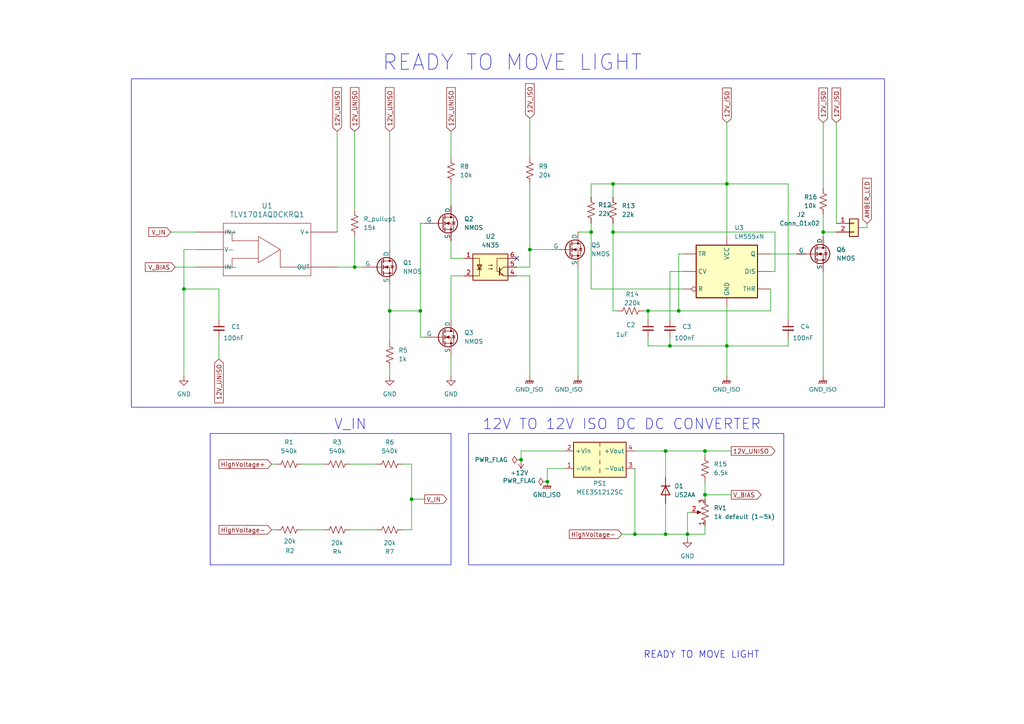
<source format=kicad_sch>
(kicad_sch (version 20231120) (generator "eeschema") (generator_version "8.0")
  (paper "A4")
  (lib_symbols
    (symbol "2024-11-27_02-44-24:TLV1701AQDCKRQ1" (pin_numbers hide) (pin_names (offset 0.254))
      (property "Reference" "U" (at 20.32 10.16 0))
      (property "Value" "TLV1701AQDCKRQ1" (at 20.32 7.62 0))
      (symbol "TLV1701AQDCKRQ1_0_1"
        (polyline (pts (xy 7.62 -10.16) (xy 33.02 -10.16)) (stroke (width 0.127)))
        (polyline (pts (xy 7.62 -7.62) (xy 10.16 -7.62)) (stroke (width 0.127)))
        (polyline (pts (xy 7.62 2.54) (xy 10.16 2.54)) (stroke (width 0.127)))
        (polyline (pts (xy 7.62 5.08) (xy 7.62 -10.16)) (stroke (width 0.127)))
        (polyline (pts (xy 10.16 -7.62) (xy 10.16 -5.08)) (stroke (width 0.127)))
        (polyline (pts (xy 10.16 0) (xy 15.24 0)) (stroke (width 0.127)))
        (polyline (pts (xy 10.16 2.54) (xy 10.16 0)) (stroke (width 0.127)))
        (polyline (pts (xy 15.24 -5.08) (xy 10.16 -5.08)) (stroke (width 0.127)))
        (polyline (pts (xy 15.24 -5.08) (xy 17.78 -5.08)) (stroke (width 0.127)))
        (polyline (pts (xy 15.24 0) (xy 17.78 0)) (stroke (width 0.127)))
        (polyline (pts (xy 17.78 -6.35) (xy 24.13 -2.54)) (stroke (width 0.127)))
        (polyline (pts (xy 17.78 -5.08) (xy 17.78 -6.35)) (stroke (width 0.127)))
        (polyline (pts (xy 17.78 0) (xy 17.78 -5.08)) (stroke (width 0.127)))
        (polyline (pts (xy 17.78 0) (xy 17.78 1.27)) (stroke (width 0.127)))
        (polyline (pts (xy 17.78 1.27) (xy 24.13 -2.54)) (stroke (width 0.127)))
        (polyline (pts (xy 24.13 -7.62) (xy 33.02 -7.62)) (stroke (width 0.127)))
        (polyline (pts (xy 24.13 -2.54) (xy 24.13 -7.62)) (stroke (width 0.127)))
        (polyline (pts (xy 33.02 -10.16) (xy 33.02 5.08)) (stroke (width 0.127)))
        (polyline (pts (xy 33.02 5.08) (xy 7.62 5.08)) (stroke (width 0.127)))
        (pin input line (at 0 2.54 0) (length 7.62) (name "IN+") (number "1"))
        (pin power_in line (at 0 -2.54 0) (length 7.62) (name "V-") (number "2"))
        (pin unspecified line (at 0 -7.62 0) (length 7.62) (name "IN-") (number "3"))
        (pin output line (at 40.64 -7.62 180) (length 7.62) (name "OUT") (number "4"))
        (pin power_in line (at 40.64 2.54 180) (length 7.62) (name "V+") (number "5"))
      )
    )
    (symbol "Connector_Generic:Conn_01x02" (pin_names (offset 1.016) hide)
      (property "Reference" "J" (at 0 2.54 0))
      (property "Value" "Conn_01x02" (at 0 -5.08 0))
      (symbol "Conn_01x02_1_1"
        (rectangle (start -1.27 -2.413) (end 0 -2.667) (stroke (width 0.1524)))
        (rectangle (start -1.27 0.127) (end 0 -0.127) (stroke (width 0.1524)))
        (rectangle (start -1.27 1.27) (end 1.27 -3.81) (stroke (width 0.254)) (fill (type background)))
        (pin passive line (at -5.08 0 0) (length 3.81) (name "Pin_1") (number "1"))
        (pin passive line (at -5.08 -2.54 0) (length 3.81) (name "Pin_2") (number "2"))
      )
    )
    (symbol "Converter_DCDC:MEE3S1212SC"
      (property "Reference" "PS" (at -7.62 6.35 0))
      (property "Value" "MEE3S1212SC" (at 1.27 6.35 0))
      (symbol "MEE3S1212SC_0_0"
        (pin power_in line (at -10.16 -2.54 0) (length 2.54) (name "-Vin") (number "1"))
        (pin power_in line (at -10.16 2.54 0) (length 2.54) (name "+Vin") (number "2"))
        (pin power_out line (at 10.16 -2.54 180) (length 2.54) (name "-Vout") (number "3"))
        (pin power_out line (at 10.16 2.54 180) (length 2.54) (name "+Vout") (number "4"))
      )
      (symbol "MEE3S1212SC_0_1"
        (rectangle (start -7.62 5.08) (end 7.62 -5.08) (stroke (width 0.254)) (fill (type background)))
        (polyline (pts (xy 0 -2.54) (xy 0 -3.81)))
        (polyline (pts (xy 0 0) (xy 0 -1.27)))
        (polyline (pts (xy 0 2.54) (xy 0 1.27)))
        (polyline (pts (xy 0 5.08) (xy 0 3.81)))
      )
    )
    (symbol "Device:C_Small" (pin_numbers hide) (pin_names (offset 0.254) hide)
      (property "Reference" "C" (at 0.254 1.778 0))
      (property "Value" "C_Small" (at 0.254 -2.032 0))
      (symbol "C_Small_0_1"
        (polyline (pts (xy -1.524 -0.508) (xy 1.524 -0.508)) (stroke (width 0.3302)))
        (polyline (pts (xy -1.524 0.508) (xy 1.524 0.508)) (stroke (width 0.3048)))
      )
      (symbol "C_Small_1_1"
        (pin passive line (at 0 2.54 270) (length 2.032) (name "~") (number "1"))
        (pin passive line (at 0 -2.54 90) (length 2.032) (name "~") (number "2"))
      )
    )
    (symbol "Device:R_Potentiometer_US" (pin_names (offset 1.016) hide)
      (property "Reference" "RV" (at -4.445 0 90))
      (property "Value" "R_Potentiometer_US" (at -2.54 0 90))
      (symbol "R_Potentiometer_US_0_1"
        (polyline (pts (xy 0 -2.286) (xy 0 -2.54)))
        (polyline (pts (xy 0 2.54) (xy 0 2.286)))
        (polyline (pts (xy 2.54 0) (xy 1.524 0)))
        (polyline (pts (xy 1.143 0) (xy 2.286 0.508) (xy 2.286 -0.508) (xy 1.143 0)) (fill (type outline)))
        (polyline (pts (xy 0 -0.762) (xy 1.016 -1.143) (xy 0 -1.524) (xy -1.016 -1.905) (xy 0 -2.286)))
        (polyline (pts (xy 0 0.762) (xy 1.016 0.381) (xy 0 0) (xy -1.016 -0.381) (xy 0 -0.762)))
        (polyline (pts (xy 0 2.286) (xy 1.016 1.905) (xy 0 1.524) (xy -1.016 1.143) (xy 0 0.762)))
      )
      (symbol "R_Potentiometer_US_1_1"
        (pin passive line (at 0 3.81 270) (length 1.27) (name "1") (number "1"))
        (pin passive line (at 3.81 0 180) (length 1.27) (name "2") (number "2"))
        (pin passive line (at 0 -3.81 90) (length 1.27) (name "3") (number "3"))
      )
    )
    (symbol "Device:R_US" (pin_numbers hide) (pin_names (offset 0))
      (property "Reference" "R" (at 2.54 0 90))
      (property "Value" "R_US" (at -2.54 0 90))
      (symbol "R_US_0_1"
        (polyline (pts (xy 0 -2.286) (xy 0 -2.54)))
        (polyline (pts (xy 0 2.286) (xy 0 2.54)))
        (polyline (pts (xy 0 -0.762) (xy 1.016 -1.143) (xy 0 -1.524) (xy -1.016 -1.905) (xy 0 -2.286)))
        (polyline (pts (xy 0 0.762) (xy 1.016 0.381) (xy 0 0) (xy -1.016 -0.381) (xy 0 -0.762)))
        (polyline (pts (xy 0 2.286) (xy 1.016 1.905) (xy 0 1.524) (xy -1.016 1.143) (xy 0 0.762)))
      )
      (symbol "R_US_1_1"
        (pin passive line (at 0 3.81 270) (length 1.27) (name "~") (number "1"))
        (pin passive line (at 0 -3.81 90) (length 1.27) (name "~") (number "2"))
      )
    )
    (symbol "Diode:US2AA" (pin_numbers hide) (pin_names hide)
      (property "Reference" "D" (at 0 2.54 0))
      (property "Value" "US2AA" (at 0 -2.54 0))
      (symbol "US2AA_0_1"
        (polyline (pts (xy -1.27 1.27) (xy -1.27 -1.27)) (stroke (width 0.254)))
        (polyline (pts (xy 1.27 0) (xy -1.27 0)))
        (polyline (pts (xy 1.27 1.27) (xy 1.27 -1.27) (xy -1.27 0) (xy 1.27 1.27)) (stroke (width 0.254)))
      )
      (symbol "US2AA_1_1"
        (pin passive line (at -3.81 0 0) (length 2.54) (name "K") (number "1"))
        (pin passive line (at 3.81 0 180) (length 2.54) (name "A") (number "2"))
      )
    )
    (symbol "Isolator:4N35" (pin_names (offset 1.016))
      (property "Reference" "U" (at -5.08 5.08 0))
      (property "Value" "4N35" (at 0 5.08 0))
      (symbol "4N35_0_1"
        (rectangle (start -5.08 3.81) (end 5.08 -3.81) (stroke (width 0.254)) (fill (type background)))
        (polyline (pts (xy -3.81 -0.635) (xy -2.54 -0.635)) (stroke (width 0.254)))
        (polyline (pts (xy 2.667 -1.397) (xy 3.81 -2.54)))
        (polyline (pts (xy 2.667 -1.143) (xy 3.81 0)))
        (polyline (pts (xy 3.81 -2.54) (xy 5.08 -2.54)))
        (polyline (pts (xy 3.81 0) (xy 5.08 0)))
        (polyline (pts (xy 2.667 -0.254) (xy 2.667 -2.286) (xy 2.667 -2.286)) (stroke (width 0.3556)))
        (polyline (pts (xy -5.08 -2.54) (xy -3.175 -2.54) (xy -3.175 2.54) (xy -5.08 2.54)))
        (polyline (pts (xy -3.175 -0.635) (xy -3.81 0.635) (xy -2.54 0.635) (xy -3.175 -0.635)) (stroke (width 0.254)))
        (polyline (pts (xy 3.683 -2.413) (xy 3.429 -1.905) (xy 3.175 -2.159) (xy 3.683 -2.413)))
        (polyline (pts (xy 5.08 2.54) (xy 1.905 2.54) (xy 1.905 -1.27) (xy 2.54 -1.27)))
        (polyline (pts (xy -0.635 -0.508) (xy 0.635 -0.508) (xy 0.254 -0.635) (xy 0.254 -0.381) (xy 0.635 -0.508)))
        (polyline (pts (xy -0.635 0.508) (xy 0.635 0.508) (xy 0.254 0.381) (xy 0.254 0.635) (xy 0.635 0.508)))
      )
      (symbol "4N35_1_1"
        (pin passive line (at -7.62 2.54 0) (length 2.54) (name "~") (number "1"))
        (pin passive line (at -7.62 -2.54 0) (length 2.54) (name "~") (number "2"))
        (pin no_connect line (at -5.08 0 0) (length 2.54) hide (name "NC") (number "3"))
        (pin passive line (at 7.62 -2.54 180) (length 2.54) (name "~") (number "4"))
        (pin passive line (at 7.62 0 180) (length 2.54) (name "~") (number "5"))
        (pin passive line (at 7.62 2.54 180) (length 2.54) (name "~") (number "6"))
      )
    )
    (symbol "Simulation_SPICE:NMOS" (pin_numbers hide) (pin_names (offset 0))
      (property "Reference" "Q" (at 5.08 1.27 0))
      (property "Value" "NMOS" (at 5.08 -1.27 0))
      (symbol "NMOS_0_1"
        (polyline (pts (xy 0.254 0) (xy -2.54 0)))
        (polyline (pts (xy 0.254 1.905) (xy 0.254 -1.905)) (stroke (width 0.254)))
        (polyline (pts (xy 0.762 -1.27) (xy 0.762 -2.286)) (stroke (width 0.254)))
        (polyline (pts (xy 0.762 0.508) (xy 0.762 -0.508)) (stroke (width 0.254)))
        (polyline (pts (xy 0.762 2.286) (xy 0.762 1.27)) (stroke (width 0.254)))
        (polyline (pts (xy 2.54 2.54) (xy 2.54 1.778)))
        (polyline (pts (xy 2.54 -2.54) (xy 2.54 0) (xy 0.762 0)))
        (polyline (pts (xy 0.762 -1.778) (xy 3.302 -1.778) (xy 3.302 1.778) (xy 0.762 1.778)))
        (polyline (pts (xy 1.016 0) (xy 2.032 0.381) (xy 2.032 -0.381) (xy 1.016 0)) (fill (type outline)))
        (polyline (pts (xy 2.794 0.508) (xy 2.921 0.381) (xy 3.683 0.381) (xy 3.81 0.254)))
        (polyline (pts (xy 3.302 0.381) (xy 2.921 -0.254) (xy 3.683 -0.254) (xy 3.302 0.381)))
        (circle (center 1.651 0) (radius 2.794) (stroke (width 0.254)))
        (circle (center 2.54 -1.778) (radius 0.254) (fill (type outline)))
        (circle (center 2.54 1.778) (radius 0.254) (fill (type outline)))
      )
      (symbol "NMOS_1_1"
        (pin passive line (at 2.54 5.08 270) (length 2.54) (name "D") (number "1"))
        (pin input line (at -5.08 0 0) (length 2.54) (name "G") (number "2"))
        (pin passive line (at 2.54 -5.08 90) (length 2.54) (name "S") (number "3"))
      )
    )
    (symbol "Timer:LM555xN" (pin_numbers hide)
      (property "Reference" "U" (at -10.16 8.89 0))
      (property "Value" "LM555xN" (at 2.54 8.89 0))
      (symbol "LM555xN_0_0"
        (pin power_in line (at 0 -10.16 90) (length 2.54) (name "GND") (number "1"))
        (pin power_in line (at 0 10.16 270) (length 2.54) (name "VCC") (number "8"))
      )
      (symbol "LM555xN_0_1"
        (rectangle (start -8.89 -7.62) (end 8.89 7.62) (stroke (width 0.254)) (fill (type background)))
        (rectangle (start -8.89 -7.62) (end 8.89 7.62) (stroke (width 0.254)) (fill (type background)))
      )
      (symbol "LM555xN_1_1"
        (pin input line (at -12.7 5.08 0) (length 3.81) (name "TR") (number "2"))
        (pin output line (at 12.7 5.08 180) (length 3.81) (name "Q") (number "3"))
        (pin input inverted (at -12.7 -5.08 0) (length 3.81) (name "R") (number "4"))
        (pin input line (at -12.7 0 0) (length 3.81) (name "CV") (number "5"))
        (pin input line (at 12.7 -5.08 180) (length 3.81) (name "THR") (number "6"))
        (pin input line (at 12.7 0 180) (length 3.81) (name "DIS") (number "7"))
      )
    )
    (symbol "power:+12V" (power) (pin_numbers hide) (pin_names (offset 0) hide)
      (property "Value" "+12V" (at 0 3.556 0))
      (symbol "+12V_0_1"
        (polyline (pts (xy -0.762 1.27) (xy 0 2.54)))
        (polyline (pts (xy 0 0) (xy 0 2.54)))
        (polyline (pts (xy 0 2.54) (xy 0.762 1.27)))
      )
      (symbol "+12V_1_1"
        (pin power_in line (at 0 0 90) (length 0) (name "~") (number "1"))
      )
    )
    (symbol "power:GND" (power) (pin_numbers hide) (pin_names (offset 0) hide)
      (property "Value" "GND" (at 0 -3.81 0))
      (symbol "GND_0_1"
        (polyline (pts (xy 0 0) (xy 0 -1.27) (xy 1.27 -1.27) (xy 0 -2.54) (xy -1.27 -1.27) (xy 0 -1.27)))
      )
      (symbol "GND_1_1"
        (pin power_in line (at 0 0 270) (length 0) (name "~") (number "1"))
      )
    )
    (symbol "power:GNDPWR" (power) (pin_numbers hide) (pin_names (offset 0) hide)
      (property "Value" "GNDPWR" (at 0 -3.302 0))
      (symbol "GNDPWR_0_1"
        (polyline (pts (xy 0 -1.27) (xy 0 0)))
        (polyline (pts (xy -1.016 -1.27) (xy -1.27 -2.032) (xy -1.27 -2.032)) (stroke (width 0.2032)))
        (polyline (pts (xy -0.508 -1.27) (xy -0.762 -2.032) (xy -0.762 -2.032)) (stroke (width 0.2032)))
        (polyline (pts (xy 0 -1.27) (xy -0.254 -2.032) (xy -0.254 -2.032)) (stroke (width 0.2032)))
        (polyline (pts (xy 0.508 -1.27) (xy 0.254 -2.032) (xy 0.254 -2.032)) (stroke (width 0.2032)))
        (polyline (pts (xy 1.016 -1.27) (xy -1.016 -1.27) (xy -1.016 -1.27)) (stroke (width 0.2032)))
        (polyline (pts (xy 1.016 -1.27) (xy 0.762 -2.032) (xy 0.762 -2.032) (xy 0.762 -2.032)) (stroke (width 0.2032)))
      )
      (symbol "GNDPWR_1_1"
        (pin power_in line (at 0 0 270) (length 0) (name "~") (number "1"))
      )
    )
    (symbol "power:PWR_FLAG" (power) (pin_numbers hide) (pin_names (offset 0) hide)
      (property "Value" "PWR_FLAG" (at 0 3.81 0))
      (symbol "PWR_FLAG_0_0"
        (pin power_out line (at 0 0 90) (length 0) (name "~") (number "1"))
      )
      (symbol "PWR_FLAG_0_1"
        (polyline (pts (xy 0 0) (xy 0 1.27) (xy -1.016 1.905) (xy 0 2.54) (xy 1.016 1.905) (xy 0 1.27)))
      )
    )
  )
  (junction (at 177.8 67.31))
  (junction (at 238.76 67.31))
  (junction (at 187.96 90.17))
  (junction (at 177.8 53.34))
  (junction (at 153.67 72.39))
  (junction (at 121.92 90.17))
  (junction (at 113.03 90.17))
  (junction (at 193.04 130.81))
  (junction (at 158.75 139.7))
  (junction (at 196.85 90.17))
  (junction (at 204.47 130.81))
  (junction (at 119.38 144.78))
  (junction (at 53.34 83.82))
  (junction (at 102.87 77.47))
  (junction (at 194.31 100.33))
  (junction (at 184.15 154.94))
  (junction (at 193.04 154.94))
  (junction (at 199.39 154.94))
  (junction (at 204.47 143.51))
  (junction (at 171.45 67.31))
  (junction (at 210.82 100.33))
  (junction (at 151.13 133.35))
  (junction (at 210.82 53.34))
  (no_connect (at 149.86 74.93))
  (wire (pts (xy 177.8 90.17) (xy 179.07 90.17)))
  (wire (pts (xy 149.86 77.47) (xy 153.67 77.47)))
  (wire (pts (xy 194.31 100.33) (xy 210.82 100.33)))
  (wire (pts (xy 204.47 130.81) (xy 212.09 130.81)))
  (wire (pts (xy 123.19 64.77) (xy 121.92 64.77)))
  (wire (pts (xy 204.47 143.51) (xy 212.09 143.51)))
  (wire (pts (xy 119.38 144.78) (xy 119.38 153.67)))
  (wire (pts (xy 210.82 53.34) (xy 210.82 68.58)))
  (wire (pts (xy 238.76 78.74) (xy 238.76 109.22)))
  (wire (pts (xy 204.47 154.94) (xy 199.39 154.94)))
  (wire (pts (xy 171.45 57.15) (xy 171.45 53.34)))
  (wire (pts (xy 130.81 80.01) (xy 130.81 92.71)))
  (wire (pts (xy 171.45 64.77) (xy 171.45 67.31)))
  (wire (pts (xy 177.8 67.31) (xy 177.8 90.17)))
  (wire (pts (xy 248.92 66.04) (xy 251.46 66.04)))
  (wire (pts (xy 198.12 73.66) (xy 196.85 73.66)))
  (wire (pts (xy 130.81 69.85) (xy 130.81 74.93)))
  (wire (pts (xy 187.96 92.71) (xy 187.96 90.17)))
  (wire (pts (xy 238.76 67.31) (xy 238.76 68.58)))
  (wire (pts (xy 199.39 154.94) (xy 199.39 156.21)))
  (wire (pts (xy 153.67 72.39) (xy 160.02 72.39)))
  (wire (pts (xy 78.74 153.67) (xy 80.01 153.67)))
  (wire (pts (xy 199.39 154.94) (xy 193.04 154.94)))
  (wire (pts (xy 193.04 130.81) (xy 204.47 130.81)))
  (wire (pts (xy 177.8 67.31) (xy 224.79 67.31)))
  (wire (pts (xy 187.96 90.17) (xy 196.85 90.17)))
  (wire (pts (xy 194.31 97.79) (xy 194.31 100.33)))
  (wire (pts (xy 87.63 134.62) (xy 93.98 134.62)))
  (wire (pts (xy 119.38 144.78) (xy 123.19 144.78)))
  (wire (pts (xy 134.62 80.01) (xy 130.81 80.01)))
  (wire (pts (xy 102.87 77.47) (xy 105.41 77.47)))
  (wire (pts (xy 171.45 53.34) (xy 177.8 53.34)))
  (wire (pts (xy 116.84 134.62) (xy 119.38 134.62)))
  (wire (pts (xy 242.57 64.77) (xy 242.57 35.56)))
  (wire (pts (xy 113.03 38.1) (xy 113.03 72.39)))
  (wire (pts (xy 63.5 83.82) (xy 63.5 92.71)))
  (wire (pts (xy 102.87 68.58) (xy 102.87 77.47)))
  (wire (pts (xy 223.52 78.74) (xy 224.79 78.74)))
  (wire (pts (xy 163.83 135.89) (xy 158.75 135.89)))
  (wire (pts (xy 130.81 53.34) (xy 130.81 59.69)))
  (wire (pts (xy 228.6 100.33) (xy 228.6 97.79)))
  (wire (pts (xy 63.5 97.79) (xy 63.5 104.14)))
  (wire (pts (xy 194.31 78.74) (xy 194.31 92.71)))
  (wire (pts (xy 97.79 38.1) (xy 97.79 67.31)))
  (wire (pts (xy 187.96 100.33) (xy 187.96 97.79)))
  (wire (pts (xy 204.47 132.08) (xy 204.47 130.81)))
  (wire (pts (xy 130.81 102.87) (xy 130.81 109.22)))
  (wire (pts (xy 228.6 92.71) (xy 228.6 53.34)))
  (wire (pts (xy 149.86 80.01) (xy 153.67 80.01)))
  (wire (pts (xy 97.79 77.47) (xy 102.87 77.47)))
  (wire (pts (xy 102.87 38.1) (xy 102.87 60.96)))
  (wire (pts (xy 101.6 134.62) (xy 109.22 134.62)))
  (wire (pts (xy 223.52 73.66) (xy 231.14 73.66)))
  (wire (pts (xy 153.67 72.39) (xy 153.67 77.47)))
  (wire (pts (xy 184.15 154.94) (xy 193.04 154.94)))
  (wire (pts (xy 101.6 153.67) (xy 109.22 153.67)))
  (wire (pts (xy 158.75 135.89) (xy 158.75 139.7)))
  (wire (pts (xy 210.82 35.56) (xy 210.82 53.34)))
  (wire (pts (xy 113.03 90.17) (xy 113.03 99.06)))
  (wire (pts (xy 238.76 62.23) (xy 238.76 67.31)))
  (wire (pts (xy 153.67 34.29) (xy 153.67 45.72)))
  (wire (pts (xy 49.53 67.31) (xy 57.15 67.31)))
  (wire (pts (xy 251.46 66.04) (xy 251.46 64.77)))
  (wire (pts (xy 113.03 82.55) (xy 113.03 90.17)))
  (wire (pts (xy 187.96 100.33) (xy 194.31 100.33)))
  (wire (pts (xy 121.92 64.77) (xy 121.92 90.17)))
  (wire (pts (xy 171.45 67.31) (xy 171.45 83.82)))
  (wire (pts (xy 119.38 153.67) (xy 116.84 153.67)))
  (wire (pts (xy 193.04 154.94) (xy 193.04 146.05)))
  (wire (pts (xy 53.34 72.39) (xy 53.34 83.82)))
  (wire (pts (xy 196.85 90.17) (xy 223.52 90.17)))
  (wire (pts (xy 113.03 106.68) (xy 113.03 109.22)))
  (wire (pts (xy 113.03 90.17) (xy 121.92 90.17)))
  (wire (pts (xy 223.52 83.82) (xy 223.52 90.17)))
  (wire (pts (xy 210.82 88.9) (xy 210.82 100.33)))
  (wire (pts (xy 199.39 148.59) (xy 199.39 154.94)))
  (wire (pts (xy 53.34 83.82) (xy 53.34 109.22)))
  (wire (pts (xy 228.6 53.34) (xy 210.82 53.34)))
  (wire (pts (xy 198.12 78.74) (xy 194.31 78.74)))
  (wire (pts (xy 171.45 83.82) (xy 198.12 83.82)))
  (wire (pts (xy 153.67 53.34) (xy 153.67 72.39)))
  (wire (pts (xy 238.76 67.31) (xy 242.57 67.31)))
  (wire (pts (xy 184.15 135.89) (xy 184.15 154.94)))
  (wire (pts (xy 224.79 78.74) (xy 224.79 67.31)))
  (wire (pts (xy 57.15 72.39) (xy 53.34 72.39)))
  (wire (pts (xy 177.8 53.34) (xy 177.8 57.15)))
  (wire (pts (xy 210.82 53.34) (xy 177.8 53.34)))
  (wire (pts (xy 238.76 35.56) (xy 238.76 54.61)))
  (wire (pts (xy 180.34 154.94) (xy 184.15 154.94)))
  (wire (pts (xy 193.04 138.43) (xy 193.04 130.81)))
  (wire (pts (xy 200.66 148.59) (xy 199.39 148.59)))
  (wire (pts (xy 130.81 38.1) (xy 130.81 45.72)))
  (wire (pts (xy 151.13 130.81) (xy 163.83 130.81)))
  (wire (pts (xy 78.74 134.62) (xy 80.01 134.62)))
  (wire (pts (xy 121.92 90.17) (xy 121.92 97.79)))
  (wire (pts (xy 53.34 83.82) (xy 63.5 83.82)))
  (wire (pts (xy 167.64 67.31) (xy 171.45 67.31)))
  (wire (pts (xy 123.19 97.79) (xy 121.92 97.79)))
  (wire (pts (xy 186.69 90.17) (xy 187.96 90.17)))
  (wire (pts (xy 50.8 77.47) (xy 57.15 77.47)))
  (wire (pts (xy 93.98 153.67) (xy 87.63 153.67)))
  (wire (pts (xy 153.67 80.01) (xy 153.67 109.22)))
  (wire (pts (xy 130.81 74.93) (xy 134.62 74.93)))
  (wire (pts (xy 204.47 139.7) (xy 204.47 143.51)))
  (wire (pts (xy 204.47 152.4) (xy 204.47 154.94)))
  (wire (pts (xy 204.47 143.51) (xy 204.47 144.78)))
  (wire (pts (xy 184.15 130.81) (xy 193.04 130.81)))
  (wire (pts (xy 210.82 100.33) (xy 228.6 100.33)))
  (wire (pts (xy 177.8 67.31) (xy 177.8 64.77)))
  (wire (pts (xy 151.13 133.35) (xy 151.13 130.81)))
  (wire (pts (xy 196.85 73.66) (xy 196.85 90.17)))
  (wire (pts (xy 119.38 134.62) (xy 119.38 144.78)))
  (wire (pts (xy 167.64 77.47) (xy 167.64 109.22)))
  (wire (pts (xy 210.82 100.33) (xy 210.82 109.22)))
  (rectangle (start 38.1 22.86) (end 256.54 118.11))
  (rectangle (start 135.89 125.73) (end 227.33 163.83))
  (rectangle (start 60.96 125.73) (end 130.81 163.83))
  (text "V_IN\n" (at 101.6 123.19 0) (effects (font (size 3 3))))
  (text "READY TO MOVE LIGHT" (at 203.454 189.992 0) (effects (font (size 2 2))))
  (text "12V TO 12V ISO DC DC CONVERTER" (at 180.34 123.19 0) (effects (font (size 3 3))))
  (text "READY TO MOVE LIGHT" (at 148.59 18.288 0) (effects (font (size 4.5 4.5))))
  (global_label "AMBER_LED" (shape input) (at 251.46 64.77 90) (property "Intersheetrefs" "${INTERSHEET_REFS}" (effects (hide yes))))
  (global_label "12V_ISO" (shape input) (at 242.57 35.56 90) (property "Intersheetrefs" "${INTERSHEET_REFS}" (effects (hide yes))))
  (global_label "V_BIAS" (shape output) (at 212.09 143.51 0) (property "Intersheetrefs" "${INTERSHEET_REFS}" (effects (hide yes))))
  (global_label "HighVoltage-" (shape output) (at 165.1 154.94 0) (property "Intersheetrefs" "${INTERSHEET_REFS}" (effects (hide yes))))
  (global_label "V_IN" (shape input) (at 49.53 67.31 180) (property "Intersheetrefs" "${INTERSHEET_REFS}" (effects (hide yes))))
  (global_label "12V_ISO" (shape input) (at 153.67 34.29 90) (property "Intersheetrefs" "${INTERSHEET_REFS}" (effects (hide yes))))
  (global_label "HighVoltage+" (shape output) (at 63.5 134.62 0) (property "Intersheetrefs" "${INTERSHEET_REFS}" (effects (hide yes))))
  (global_label "V_BIAS" (shape input) (at 50.8 77.47 180) (property "Intersheetrefs" "${INTERSHEET_REFS}" (effects (hide yes))))
  (global_label "12V_UNISO" (shape input) (at 102.87 38.1 90) (property "Intersheetrefs" "${INTERSHEET_REFS}" (effects (hide yes))))
  (global_label "12V_UNISO" (shape input) (at 63.5 104.14 270) (property "Intersheetrefs" "${INTERSHEET_REFS}" (effects (hide yes))))
  (global_label "12V_UNISO" (shape input) (at 130.81 38.1 90) (property "Intersheetrefs" "${INTERSHEET_REFS}" (effects (hide yes))))
  (global_label "12V_UNISO" (shape input) (at 113.03 38.1 90) (property "Intersheetrefs" "${INTERSHEET_REFS}" (effects (hide yes))))
  (global_label "12V_ISO" (shape input) (at 210.82 35.56 90) (property "Intersheetrefs" "${INTERSHEET_REFS}" (effects (hide yes))))
  (global_label "V_IN" (shape output) (at 123.19 144.78 0) (property "Intersheetrefs" "${INTERSHEET_REFS}" (effects (hide yes))))
  (global_label "12V_UNISO" (shape input) (at 97.79 38.1 90) (property "Intersheetrefs" "${INTERSHEET_REFS}" (effects (hide yes))))
  (global_label "12V_ISO" (shape input) (at 238.76 35.56 90) (property "Intersheetrefs" "${INTERSHEET_REFS}" (effects (hide yes))))
  (global_label "12V_UNISO" (shape output) (at 212.09 130.81 0) (property "Intersheetrefs" "${INTERSHEET_REFS}" (effects (hide yes))))
  (global_label "HighVoltage-" (shape output) (at 63.5 153.67 0) (property "Intersheetrefs" "${INTERSHEET_REFS}" (effects (hide yes))))
  (symbol (lib_id "Diode:US2AA") (at 193.04 142.24 270) (unit 1)
    (property "Reference" "D1" (at 195.58 140.9699 90) (effects (justify left)))
    (property "Value" "US2AA" (at 195.58 143.5099 90) (effects (justify left)))
    (property "Footprint" "Diode_SMD:D_SMA" (effects (hide yes)))
    (property "Datasheet" "https://www.onsemi.com/pub/Collateral/US2AA-D.PDF" (effects (hide yes)))
    (property "Description" "50V, 1.5A, General Purpose Rectifier Diode, SMA(DO-214AC)" (effects (hide yes)))
    (property "Sim.Device" "D" (effects (hide yes)))
    (property "Sim.Pins" "1=K 2=A" (effects (hide yes)))
  )
  (symbol (lib_id "power:GNDPWR") (at 158.75 139.7 0) (unit 1)
    (property "Reference" "#PWR07" (effects (hide yes)))
    (property "Value" "GND_ISO" (at 158.623 143.51 0))
    (property "Description" "Power symbol creates a global label with name \"GNDPWR\" , global ground" (effects (hide yes)))
  )
  (symbol (lib_id "Simulation_SPICE:NMOS") (at 128.27 64.77 0) (unit 1)
    (property "Reference" "Q2" (at 134.62 63.4999 0) (effects (justify left)))
    (property "Value" "NMOS" (at 134.62 66.0399 0) (effects (justify left)))
    (property "Datasheet" "https://ngspice.sourceforge.io/docs/ngspice-html-manual/manual.xhtml#cha_MOSFETs" (effects (hide yes)))
    (property "Description" "N-MOSFET transistor, drain/source/gate" (effects (hide yes)))
    (property "Sim.Device" "NMOS" (effects (hide yes)))
    (property "Sim.Type" "VDMOS" (effects (hide yes)))
    (property "Sim.Pins" "1=D 2=G 3=S" (effects (hide yes)))
  )
  (symbol (lib_id "Device:R_US") (at 204.47 135.89 0) (unit 1)
    (property "Reference" "R15" (at 207.01 134.6199 0) (effects (justify left)))
    (property "Value" "6.5k" (at 207.01 137.1599 0) (effects (justify left)))
    (property "Description" "Resistor, US symbol" (effects (hide yes)))
  )
  (symbol (lib_id "Device:R_US") (at 153.67 49.53 0) (unit 1)
    (property "Reference" "R9" (at 156.21 48.2599 0) (effects (justify left)))
    (property "Value" "20k" (at 156.21 50.7999 0) (effects (justify left)))
    (property "Description" "Resistor, US symbol" (effects (hide yes)))
  )
  (symbol (lib_id "power:GND") (at 113.03 109.22 0) (unit 1)
    (property "Reference" "#PWR02" (effects (hide yes)))
    (property "Value" "GND" (at 113.03 114.3 0))
    (property "Description" "Power symbol creates a global label with name \"GND\" , ground" (effects (hide yes)))
  )
  (symbol (lib_id "Simulation_SPICE:NMOS") (at 236.22 73.66 0) (unit 1)
    (property "Reference" "Q6" (at 242.57 72.3899 0) (effects (justify left)))
    (property "Value" "NMOS" (at 242.57 74.9299 0) (effects (justify left)))
    (property "Datasheet" "https://ngspice.sourceforge.io/docs/ngspice-html-manual/manual.xhtml#cha_MOSFETs" (effects (hide yes)))
    (property "Description" "N-MOSFET transistor, drain/source/gate" (effects (hide yes)))
    (property "Sim.Device" "NMOS" (effects (hide yes)))
    (property "Sim.Type" "VDMOS" (effects (hide yes)))
    (property "Sim.Pins" "1=D 2=G 3=S" (effects (hide yes)))
  )
  (symbol (lib_id "2024-11-27_02-44-24:TLV1701AQDCKRQ1") (at 57.15 69.85 0) (unit 1)
    (property "Reference" "U1" (at 77.47 59.69 0) (effects (font (size 1.524 1.524))))
    (property "Value" "TLV1701AQDCKRQ1" (at 77.47 62.23 0) (effects (font (size 1.524 1.524))))
    (property "Footprint" "SOIC_DCKRQ1_TEX" (effects (hide yes)))
    (property "Datasheet" "TLV1701AQDCKRQ1" (effects (hide yes)))
  )
  (symbol (lib_id "Device:R_US") (at 113.03 134.62 90) (unit 1)
    (property "Reference" "R6" (at 113.03 128.27 90))
    (property "Value" "540k" (at 113.03 130.81 90))
    (property "Description" "Resistor, US symbol" (effects (hide yes)))
  )
  (symbol (lib_id "Device:C_Small") (at 63.5 95.25 0) (unit 1)
    (property "Reference" "C1" (at 67.056 94.742 0) (effects (justify left)))
    (property "Value" "100nF" (at 64.77 98.044 0) (effects (justify left)))
    (property "Description" "Unpolarized capacitor, small symbol" (effects (hide yes)))
  )
  (symbol (lib_id "Device:C_Small") (at 194.31 95.25 0) (unit 1)
    (property "Reference" "C3" (at 197.866 94.742 0) (effects (justify left)))
    (property "Value" "100nF" (at 195.58 98.044 0) (effects (justify left)))
    (property "Description" "Unpolarized capacitor, small symbol" (effects (hide yes)))
  )
  (symbol (lib_id "Device:R_US") (at 171.45 60.96 0) (unit 1)
    (property "Reference" "R12" (at 173.482 59.436 0) (effects (justify left)))
    (property "Value" "22k" (at 173.482 61.976 0) (effects (justify left)))
    (property "Description" "Resistor, US symbol" (effects (hide yes)))
  )
  (symbol (lib_id "Device:C_Small") (at 187.96 95.25 0) (unit 1)
    (property "Reference" "C2" (at 181.61 94.234 0) (effects (justify left)))
    (property "Value" "1uF" (at 178.562 97.028 0) (effects (justify left)))
    (property "Description" "Unpolarized capacitor, small symbol" (effects (hide yes)))
  )
  (symbol (lib_id "Device:R_US") (at 83.82 134.62 90) (unit 1)
    (property "Reference" "R1" (at 83.82 128.27 90))
    (property "Value" "540k" (at 83.82 130.81 90))
    (property "Description" "Resistor, US symbol" (effects (hide yes)))
  )
  (symbol (lib_id "power:GNDPWR") (at 153.67 109.22 0) (unit 1)
    (property "Reference" "#PWR05" (effects (hide yes)))
    (property "Value" "GND_ISO" (at 153.543 113.03 0))
    (property "Description" "Power symbol creates a global label with name \"GNDPWR\" , global ground" (effects (hide yes)))
  )
  (symbol (lib_id "Simulation_SPICE:NMOS") (at 128.27 97.79 0) (unit 1)
    (property "Reference" "Q3" (at 134.62 96.5199 0) (effects (justify left)))
    (property "Value" "NMOS" (at 134.62 99.0599 0) (effects (justify left)))
    (property "Datasheet" "https://ngspice.sourceforge.io/docs/ngspice-html-manual/manual.xhtml#cha_MOSFETs" (effects (hide yes)))
    (property "Description" "N-MOSFET transistor, drain/source/gate" (effects (hide yes)))
    (property "Sim.Device" "NMOS" (effects (hide yes)))
    (property "Sim.Type" "VDMOS" (effects (hide yes)))
    (property "Sim.Pins" "1=D 2=G 3=S" (effects (hide yes)))
  )
  (symbol (lib_id "Device:R_US") (at 97.79 153.67 90) (unit 1)
    (property "Reference" "R4" (at 97.79 160.02 90))
    (property "Value" "20k" (at 97.79 157.48 90))
    (property "Description" "Resistor, US symbol" (effects (hide yes)))
  )
  (symbol (lib_id "power:GND") (at 130.81 109.22 0) (unit 1)
    (property "Reference" "#PWR03" (effects (hide yes)))
    (property "Value" "GND" (at 130.81 114.3 0))
    (property "Description" "Power symbol creates a global label with name \"GND\" , ground" (effects (hide yes)))
  )
  (symbol (lib_id "Device:R_US") (at 97.79 134.62 270) (unit 1)
    (property "Reference" "R3" (at 97.79 128.27 90))
    (property "Value" "540k" (at 97.79 130.81 90))
    (property "Description" "Resistor, US symbol" (effects (hide yes)))
  )
  (symbol (lib_id "Device:R_US") (at 113.03 153.67 270) (unit 1)
    (property "Reference" "R7" (at 113.03 160.02 90))
    (property "Value" "20k" (at 113.03 157.48 90))
    (property "Description" "Resistor, US symbol" (effects (hide yes)))
  )
  (symbol (lib_id "power:PWR_FLAG") (at 158.75 139.7 90) (unit 1)
    (property "Reference" "#FLG02" (effects (hide yes)))
    (property "Value" "PWR_FLAG" (at 155.448 139.446 90) (effects (justify left)))
    (property "Description" "Special symbol for telling ERC where power comes from" (effects (hide yes)))
  )
  (symbol (lib_id "Simulation_SPICE:NMOS") (at 110.49 77.47 0) (unit 1)
    (property "Reference" "Q1" (at 116.84 76.1999 0) (effects (justify left)))
    (property "Value" "NMOS" (at 116.84 78.7399 0) (effects (justify left)))
    (property "Datasheet" "https://ngspice.sourceforge.io/docs/ngspice-html-manual/manual.xhtml#cha_MOSFETs" (effects (hide yes)))
    (property "Description" "N-MOSFET transistor, drain/source/gate" (effects (hide yes)))
    (property "Sim.Device" "NMOS" (effects (hide yes)))
    (property "Sim.Type" "VDMOS" (effects (hide yes)))
    (property "Sim.Pins" "1=D 2=G 3=S" (effects (hide yes)))
  )
  (symbol (lib_id "Simulation_SPICE:NMOS") (at 165.1 72.39 0) (unit 1)
    (property "Reference" "Q5" (at 171.45 71.1199 0) (effects (justify left)))
    (property "Value" "NMOS" (at 171.45 73.6599 0) (effects (justify left)))
    (property "Datasheet" "https://ngspice.sourceforge.io/docs/ngspice-html-manual/manual.xhtml#cha_MOSFETs" (effects (hide yes)))
    (property "Description" "N-MOSFET transistor, drain/source/gate" (effects (hide yes)))
    (property "Sim.Device" "NMOS" (effects (hide yes)))
    (property "Sim.Type" "VDMOS" (effects (hide yes)))
    (property "Sim.Pins" "1=D 2=G 3=S" (effects (hide yes)))
  )
  (symbol (lib_id "Device:R_Potentiometer_US") (at 204.47 148.59 180) (unit 1)
    (property "Reference" "RV1" (at 207.01 147.3199 0) (effects (justify right)))
    (property "Value" "1k default (1-5k)" (at 207.01 149.8599 0) (effects (justify right)))
    (property "Description" "Potentiometer, US symbol" (effects (hide yes)))
  )
  (symbol (lib_id "Connector_Generic:Conn_01x02") (at 247.65 64.77 0) (unit 1)
    (property "Reference" "J2" (at 231.14 62.23 0) (effects (justify left)))
    (property "Value" "Conn_01x02" (at 226.06 64.77 0) (effects (justify left)))
    (property "Description" "Generic connector, single row, 01x02, script generated (kicad-library-utils/schlib/autogen/connector/)" (effects (hide yes)))
  )
  (symbol (lib_id "Device:R_US") (at 102.87 64.77 0) (unit 1)
    (property "Reference" "R_pullup1" (at 105.41 63.4999 0) (effects (justify left)))
    (property "Value" "15k" (at 105.41 66.0399 0) (effects (justify left)))
    (property "Description" "Resistor, US symbol" (effects (hide yes)))
  )
  (symbol (lib_id "power:GNDPWR") (at 210.82 109.22 0) (unit 1)
    (property "Reference" "#PWR013" (effects (hide yes)))
    (property "Value" "GND_ISO" (at 210.693 113.03 0))
    (property "Description" "Power symbol creates a global label with name \"GNDPWR\" , global ground" (effects (hide yes)))
  )
  (symbol (lib_id "Timer:LM555xN") (at 210.82 78.74 0) (unit 1)
    (property "Reference" "U3" (at 213.0141 66.04 0) (effects (justify left)))
    (property "Value" "LM555xN" (at 213.0141 68.58 0) (effects (justify left)))
    (property "Footprint" "Package_DIP:DIP-8_W7.62mm" (effects (hide yes)))
    (property "Datasheet" "http://www.ti.com/lit/ds/symlink/lm555.pdf" (effects (hide yes)))
    (property "Description" "Timer, 555 compatible, PDIP-8" (effects (hide yes)))
  )
  (symbol (lib_id "Isolator:4N35") (at 142.24 77.47 0) (unit 1)
    (property "Reference" "U2" (at 142.24 68.58 0))
    (property "Value" "4N35" (at 142.24 71.12 0))
    (property "Footprint" "Package_DIP:DIP-6_W7.62mm" (effects (hide yes)))
    (property "Datasheet" "https://www.vishay.com/docs/81181/4n35.pdf" (effects (hide yes)))
    (property "Description" "Optocoupler, Phototransistor Output, with Base Connection, Vce 70V, CTR 100%, Viso 5000V, DIP6" (effects (hide yes)))
  )
  (symbol (lib_id "Device:R_US") (at 238.76 58.42 0) (unit 1)
    (property "Reference" "R16" (at 233.172 57.15 0) (effects (justify left)))
    (property "Value" "10k" (at 233.172 59.69 0) (effects (justify left)))
    (property "Description" "Resistor, US symbol" (effects (hide yes)))
  )
  (symbol (lib_id "Device:C_Small") (at 228.6 95.25 0) (unit 1)
    (property "Reference" "C4" (at 232.156 94.742 0) (effects (justify left)))
    (property "Value" "100nF" (at 229.87 98.044 0) (effects (justify left)))
    (property "Description" "Unpolarized capacitor, small symbol" (effects (hide yes)))
  )
  (symbol (lib_id "power:+12V") (at 151.13 133.35 180) (unit 1)
    (property "Reference" "#PWR06" (effects (hide yes)))
    (property "Value" "+12V" (at 150.622 137.16 0))
    (property "Description" "Power symbol creates a global label with name \"+12V\"" (effects (hide yes)))
  )
  (symbol (lib_id "Device:R_US") (at 182.88 90.17 90) (unit 1)
    (property "Reference" "R14" (at 183.388 85.344 90))
    (property "Value" "220k" (at 183.388 87.884 90))
    (property "Description" "Resistor, US symbol" (effects (hide yes)))
  )
  (symbol (lib_id "Device:R_US") (at 130.81 49.53 0) (unit 1)
    (property "Reference" "R8" (at 133.35 48.2599 0) (effects (justify left)))
    (property "Value" "10k" (at 133.35 50.7999 0) (effects (justify left)))
    (property "Description" "Resistor, US symbol" (effects (hide yes)))
  )
  (symbol (lib_id "power:GNDPWR") (at 167.64 109.22 0) (unit 1)
    (property "Reference" "#PWR010" (effects (hide yes)))
    (property "Value" "GND_ISO" (at 164.973 113.03 0))
    (property "Description" "Power symbol creates a global label with name \"GNDPWR\" , global ground" (effects (hide yes)))
  )
  (symbol (lib_id "power:GND") (at 53.34 109.22 0) (unit 1)
    (property "Reference" "#PWR01" (effects (hide yes)))
    (property "Value" "GND" (at 53.34 114.3 0))
    (property "Description" "Power symbol creates a global label with name \"GND\" , ground" (effects (hide yes)))
  )
  (symbol (lib_id "Device:R_US") (at 177.8 60.96 0) (unit 1)
    (property "Reference" "R13" (at 180.34 59.6899 0) (effects (justify left)))
    (property "Value" "22k" (at 180.34 62.2299 0) (effects (justify left)))
    (property "Description" "Resistor, US symbol" (effects (hide yes)))
  )
  (symbol (lib_id "power:PWR_FLAG") (at 151.13 133.35 90) (unit 1)
    (property "Reference" "#FLG01" (effects (hide yes)))
    (property "Value" "PWR_FLAG" (at 147.32 133.3499 90) (effects (justify left)))
    (property "Description" "Special symbol for telling ERC where power comes from" (effects (hide yes)))
  )
  (symbol (lib_id "Device:R_US") (at 113.03 102.87 0) (unit 1)
    (property "Reference" "R5" (at 115.57 101.5999 0) (effects (justify left)))
    (property "Value" "1k" (at 115.57 104.1399 0) (effects (justify left)))
    (property "Description" "Resistor, US symbol" (effects (hide yes)))
  )
  (symbol (lib_id "power:GNDPWR") (at 238.76 109.22 0) (unit 1)
    (property "Reference" "#PWR015" (effects (hide yes)))
    (property "Value" "GND_ISO" (at 238.633 113.03 0))
    (property "Description" "Power symbol creates a global label with name \"GNDPWR\" , global ground" (effects (hide yes)))
  )
  (symbol (lib_id "power:GND") (at 199.39 156.21 0) (unit 1)
    (property "Reference" "#PWR011" (effects (hide yes)))
    (property "Value" "GND" (at 199.39 161.29 0))
    (property "Description" "Power symbol creates a global label with name \"GND\" , ground" (effects (hide yes)))
  )
  (symbol (lib_id "Converter_DCDC:MEE3S1212SC") (at 173.99 133.35 0) (unit 1)
    (property "Reference" "PS1" (at 173.99 140.208 0))
    (property "Value" "MEE3S1212SC" (at 173.99 142.748 0))
    (property "Footprint" "Converter_DCDC:Converter_DCDC_Murata_MEE3SxxxxSC_THT" (effects (hide yes)))
    (property "Datasheet" "https://power.murata.com/pub/data/power/ncl/kdc_mee3.pdf" (effects (hide yes)))
    (property "Description" "3W, 1000 VDC isolated DC/DC converter, 12V input, 12V output, SIP" (effects (hide yes)))
  )
  (symbol (lib_id "Device:R_US") (at 83.82 153.67 270) (unit 1)
    (property "Reference" "R2" (at 84.074 159.766 90))
    (property "Value" "20k" (at 84.074 156.972 90))
    (property "Description" "Resistor, US symbol" (effects (hide yes)))
  )
)
</source>
